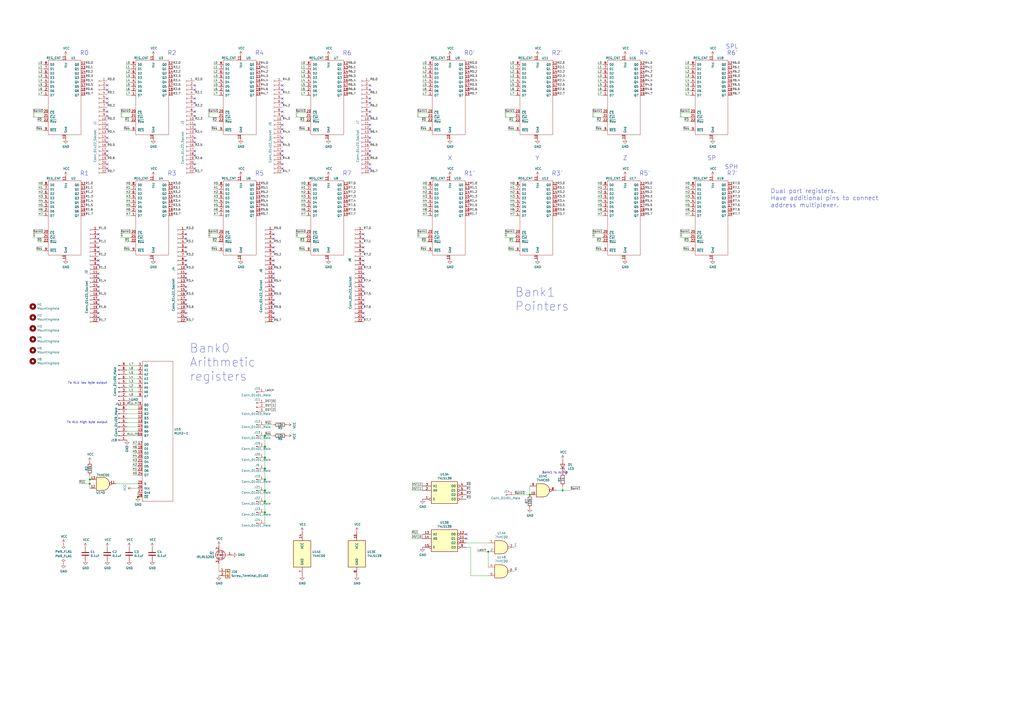
<source format=kicad_sch>
(kicad_sch (version 20250114) (generator "eeschema") (generator_version "9.0")
  (paper "A2")
  (text "SPH" (at 420.37 98.425 0) (effects (font (size 2.54 2.54)) (justify left bottom)))
  (text "To ALU high byte output" (at 38.735 245.745 0) (effects (font (size 1.27 1.27)) (justify left bottom)))
  (text "To ALU low byte output" (at 39.37 222.885 0) (effects (font (size 1.27 1.27)) (justify left bottom)))
  (text "R3" (at 97.155 102.235 0) (effects (font (size 2.54 2.54)) (justify left bottom)))
  (text "R5'" (at 370.84 102.235 0) (effects (font (size 2.54 2.54)) (justify left bottom)))
  (text "R5" (at 147.955 102.235 0) (effects (font (size 2.54 2.54)) (justify left bottom)))
  (text "Y" (at 310.515 93.345 0) (effects (font (size 2.54 2.54)) (justify left bottom)))
  (text "R4'" (at 370.84 32.385 0) (effects (font (size 2.54 2.54)) (justify left bottom)))
  (text "Bank1 is Active" (at 329.565 274.955 0) (effects (font (size 1.27 1.27)) (justify right bottom)))
  (text "Dual port registers.\nHave additional pins to connect\naddress multiplexer." (at 447.04 120.65 0) (effects (font (size 2.54 2.54)) (justify left bottom)))
  (text "R2'" (at 320.04 32.385 0) (effects (font (size 2.54 2.54)) (justify left bottom)))
  (text "R1'" (at 269.24 102.235 0) (effects (font (size 2.54 2.54)) (justify left bottom)))
  (text "X" (at 259.715 93.345 0) (effects (font (size 2.54 2.54)) (justify left bottom)))
  (text "R0" (at 46.355 32.385 0) (effects (font (size 2.54 2.54)) (justify left bottom)))
  (text "R1" (at 46.355 102.235 0) (effects (font (size 2.54 2.54)) (justify left bottom)))
  (text "Bank1\nPointers" (at 298.704 180.848 0) (effects (font (size 5.08 5.08)) (justify left bottom)))
  (text "R7'" (at 421.64 102.235 0) (effects (font (size 2.54 2.54)) (justify left bottom)))
  (text "Z" (at 361.315 93.345 0) (effects (font (size 2.54 2.54)) (justify left bottom)))
  (text "R7" (at 198.755 102.235 0) (effects (font (size 2.54 2.54)) (justify left bottom)))
  (text "Bank0\nArithmetic\nregisters" (at 109.982 221.488 0) (effects (font (size 5.08 5.08)) (justify left bottom)))
  (text "SPL" (at 421.005 28.575 0) (effects (font (size 2.54 2.54)) (justify left bottom)))
  (text "R3'" (at 320.04 102.235 0) (effects (font (size 2.54 2.54)) (justify left bottom)))
  (text "R2" (at 97.155 32.385 0) (effects (font (size 2.54 2.54)) (justify left bottom)))
  (text "R0'" (at 269.24 32.385 0) (effects (font (size 2.54 2.54)) (justify left bottom)))
  (text "R6" (at 198.755 32.385 0) (effects (font (size 2.54 2.54)) (justify left bottom)))
  (text "SP" (at 410.21 93.345 0) (effects (font (size 2.54 2.54)) (justify left bottom)))
  (text "R6'" (at 421.64 32.385 0) (effects (font (size 2.54 2.54)) (justify left bottom)))
  (text "R4" (at 147.955 32.385 0) (effects (font (size 2.54 2.54)) (justify left bottom)))
  (junction (at 52.07 278.13))
  (junction (at 153.67 259.08))
  (junction (at 307.34 287.02))
  (junction (at 326.39 284.48))
  (junction (at 153.67 297.18))
  (junction (at 153.67 290.83))
  (junction (at 153.67 265.43))
  (junction (at 52.07 280.67))
  (junction (at 283.21 320.04))
  (junction (at 153.67 284.48))
  (junction (at 153.67 252.73))
  (junction (at 153.67 271.78))
  (junction (at 153.67 278.13))
  (junction (at 80.01 288.29))
  (no_connect (at 214.63 64.77))
  (no_connect (at 214.63 49.53))
  (no_connect (at 113.03 49.53))
  (no_connect (at 113.03 87.63))
  (no_connect (at 214.63 59.69))
  (no_connect (at 62.23 90.17))
  (no_connect (at 62.23 67.31))
  (no_connect (at 107.95 135.89))
  (no_connect (at 210.82 138.43))
  (no_connect (at 163.83 82.55))
  (no_connect (at 113.03 67.31))
  (no_connect (at 214.63 72.39))
  (no_connect (at 113.03 90.17))
  (no_connect (at 62.23 49.53))
  (no_connect (at 113.03 52.07))
  (no_connect (at 107.95 184.15))
  (no_connect (at 62.23 97.79))
  (no_connect (at 113.03 95.25))
  (no_connect (at 113.03 80.01))
  (no_connect (at 57.15 151.13))
  (no_connect (at 107.95 166.37))
  (no_connect (at 158.75 176.53))
  (no_connect (at 158.75 173.99))
  (no_connect (at 214.63 87.63))
  (no_connect (at 57.15 181.61))
  (no_connect (at 214.63 90.17))
  (no_connect (at 210.82 166.37))
  (no_connect (at 163.83 64.77))
  (no_connect (at 163.83 74.93))
  (no_connect (at 270.51 312.42))
  (no_connect (at 113.03 64.77))
  (no_connect (at 62.23 95.25))
  (no_connect (at 113.03 82.55))
  (no_connect (at 210.82 168.91))
  (no_connect (at 158.75 135.89))
  (no_connect (at 158.75 166.37))
  (no_connect (at 163.83 67.31))
  (no_connect (at 163.83 80.01))
  (no_connect (at 107.95 153.67))
  (no_connect (at 158.75 143.51))
  (no_connect (at 163.83 87.63))
  (no_connect (at 62.23 59.69))
  (no_connect (at 214.63 97.79))
  (no_connect (at 163.83 72.39))
  (no_connect (at 107.95 168.91))
  (no_connect (at 62.23 64.77))
  (no_connect (at 163.83 95.25))
  (no_connect (at 107.95 161.29))
  (no_connect (at 107.95 181.61))
  (no_connect (at 107.95 176.53))
  (no_connect (at 210.82 173.99))
  (no_connect (at 210.82 153.67))
  (no_connect (at 214.63 67.31))
  (no_connect (at 158.75 138.43))
  (no_connect (at 57.15 135.89))
  (no_connect (at 62.23 52.07))
  (no_connect (at 62.23 87.63))
  (no_connect (at 57.15 138.43))
  (no_connect (at 210.82 184.15))
  (no_connect (at 57.15 158.75))
  (no_connect (at 57.15 173.99))
  (no_connect (at 158.75 184.15))
  (no_connect (at 107.95 158.75))
  (no_connect (at 163.83 97.79))
  (no_connect (at 210.82 143.51))
  (no_connect (at 158.75 168.91))
  (no_connect (at 107.95 146.05))
  (no_connect (at 113.03 59.69))
  (no_connect (at 113.03 72.39))
  (no_connect (at 163.83 90.17))
  (no_connect (at 62.23 82.55))
  (no_connect (at 158.75 153.67))
  (no_connect (at 62.23 72.39))
  (no_connect (at 57.15 184.15))
  (no_connect (at 163.83 57.15))
  (no_connect (at 57.15 166.37))
  (no_connect (at 57.15 146.05))
  (no_connect (at 210.82 161.29))
  (no_connect (at 163.83 59.69))
  (no_connect (at 158.75 158.75))
  (no_connect (at 158.75 161.29))
  (no_connect (at 210.82 181.61))
  (no_connect (at 270.51 309.88))
  (no_connect (at 57.15 143.51))
  (no_connect (at 163.83 49.53))
  (no_connect (at 62.23 80.01))
  (no_connect (at 62.23 74.93))
  (no_connect (at 113.03 74.93))
  (no_connect (at 214.63 80.01))
  (no_connect (at 210.82 176.53))
  (no_connect (at 57.15 176.53))
  (no_connect (at 113.03 97.79))
  (no_connect (at 214.63 57.15))
  (no_connect (at 107.95 173.99))
  (no_connect (at 214.63 95.25))
  (no_connect (at 107.95 151.13))
  (no_connect (at 214.63 52.07))
  (no_connect (at 158.75 181.61))
  (no_connect (at 158.75 146.05))
  (no_connect (at 158.75 151.13))
  (no_connect (at 210.82 158.75))
  (no_connect (at 62.23 57.15))
  (no_connect (at 163.83 52.07))
  (no_connect (at 107.95 138.43))
  (no_connect (at 210.82 146.05))
  (no_connect (at 113.03 57.15))
  (no_connect (at 57.15 161.29))
  (no_connect (at 214.63 82.55))
  (no_connect (at 57.15 168.91))
  (no_connect (at 210.82 135.89))
  (no_connect (at 57.15 153.67))
  (no_connect (at 210.82 151.13))
  (no_connect (at 107.95 143.51))
  (no_connect (at 214.63 74.93))
  (wire (pts (xy 273.05 317.5) (xy 273.05 334.01)))
  (wire (pts (xy 73.025 120.015) (xy 76.2 120.015)))
  (wire (pts (xy 397.51 40.005) (xy 400.685 40.005)))
  (wire (pts (xy 123.825 114.935) (xy 127 114.935)))
  (wire (pts (xy 346.71 112.395) (xy 349.885 112.395)))
  (wire (pts (xy 171.45 137.795) (xy 177.8 137.795)))
  (wire (pts (xy 346.71 114.935) (xy 349.885 114.935)))
  (wire (pts (xy 346.71 117.475) (xy 349.885 117.475)))
  (wire (pts (xy 153.67 290.83) (xy 153.67 297.18)))
  (wire (pts (xy 245.11 125.095) (xy 248.285 125.095)))
  (wire (pts (xy 153.67 265.43) (xy 153.67 259.08)))
  (wire (pts (xy 20.955 145.415) (xy 25.4 145.415)))
  (wire (pts (xy 73.025 114.935) (xy 76.2 114.935)))
  (wire (pts (xy 343.535 65.405) (xy 349.885 65.405)))
  (wire (pts (xy 123.825 52.705) (xy 127 52.705)))
  (wire (pts (xy 326.39 281.94) (xy 326.39 284.48)))
  (wire (pts (xy 171.45 65.405) (xy 177.8 65.405)))
  (wire (pts (xy 173.99 70.485) (xy 177.8 70.485)))
  (wire (pts (xy 245.11 37.465) (xy 248.285 37.465)))
  (wire (pts (xy 153.67 297.18) (xy 153.67 303.53)))
  (wire (pts (xy 397.51 37.465) (xy 400.685 37.465)))
  (wire (pts (xy 22.225 37.465) (xy 25.4 37.465)))
  (wire (pts (xy 73.66 245.11) (xy 80.01 245.11)))
  (wire (pts (xy 123.825 107.315) (xy 127 107.315)))
  (wire (pts (xy 238.76 281.94) (xy 245.11 281.94)))
  (wire (pts (xy 123.825 125.095) (xy 127 125.095)))
  (wire (pts (xy 73.66 224.79) (xy 80.01 224.79)))
  (wire (pts (xy 76.835 273.05) (xy 80.01 273.05)))
  (wire (pts (xy 173.355 75.565) (xy 177.8 75.565)))
  (wire (pts (xy 294.64 145.415) (xy 299.085 145.415)))
  (wire (pts (xy 73.025 42.545) (xy 76.2 42.545)))
  (wire (pts (xy 22.225 125.095) (xy 25.4 125.095)))
  (wire (pts (xy 292.735 137.795) (xy 299.085 137.795)))
  (wire (pts (xy 345.44 145.415) (xy 349.885 145.415)))
  (wire (pts (xy 22.225 107.315) (xy 25.4 107.315)))
  (wire (pts (xy 173.355 145.415) (xy 177.8 145.415)))
  (wire (pts (xy 273.05 334.01) (xy 283.21 334.01)))
  (wire (pts (xy 174.625 37.465) (xy 177.8 37.465)))
  (wire (pts (xy 174.625 52.705) (xy 177.8 52.705)))
  (wire (pts (xy 73.025 107.315) (xy 76.2 107.315)))
  (wire (pts (xy 245.11 50.165) (xy 248.285 50.165)))
  (wire (pts (xy 123.825 50.165) (xy 127 50.165)))
  (wire (pts (xy 283.21 320.04) (xy 283.21 328.93)))
  (wire (pts (xy 67.31 280.67) (xy 80.01 280.67)))
  (wire (pts (xy 397.51 42.545) (xy 400.685 42.545)))
  (wire (pts (xy 245.11 122.555) (xy 248.285 122.555)))
  (wire (pts (xy 73.025 45.085) (xy 76.2 45.085)))
  (wire (pts (xy 295.91 120.015) (xy 299.085 120.015)))
  (wire (pts (xy 295.91 47.625) (xy 299.085 47.625)))
  (wire (pts (xy 22.225 50.165) (xy 25.4 50.165)))
  (wire (pts (xy 295.91 114.935) (xy 299.085 114.935)))
  (wire (pts (xy 73.66 247.65) (xy 80.01 247.65)))
  (wire (pts (xy 72.39 140.335) (xy 76.2 140.335)))
  (wire (pts (xy 153.67 246.38) (xy 158.75 246.38)))
  (wire (pts (xy 123.825 109.855) (xy 127 109.855)))
  (wire (pts (xy 396.24 75.565) (xy 400.685 75.565)))
  (wire (pts (xy 123.825 122.555) (xy 127 122.555)))
  (wire (pts (xy 245.11 112.395) (xy 248.285 112.395)))
  (wire (pts (xy 153.67 278.13) (xy 153.67 284.48)))
  (wire (pts (xy 241.935 67.945) (xy 248.285 67.945)))
  (wire (pts (xy 295.91 42.545) (xy 299.085 42.545)))
  (wire (pts (xy 245.11 42.545) (xy 248.285 42.545)))
  (wire (pts (xy 238.76 284.48) (xy 245.11 284.48)))
  (wire (pts (xy 19.05 135.255) (xy 25.4 135.255)))
  (wire (pts (xy 295.91 50.165) (xy 299.085 50.165)))
  (wire (pts (xy 73.025 109.855) (xy 76.2 109.855)))
  (wire (pts (xy 397.51 109.855) (xy 400.685 109.855)))
  (wire (pts (xy 22.225 45.085) (xy 25.4 45.085)))
  (wire (pts (xy 346.075 140.335) (xy 349.885 140.335)))
  (wire (pts (xy 73.66 250.19) (xy 80.01 250.19)))
  (wire (pts (xy 120.65 65.405) (xy 127 65.405)))
  (wire (pts (xy 19.05 65.405) (xy 25.4 65.405)))
  (wire (pts (xy 73.66 237.49) (xy 80.01 237.49)))
  (wire (pts (xy 19.05 137.795) (xy 25.4 137.795)))
  (wire (pts (xy 123.825 47.625) (xy 127 47.625)))
  (wire (pts (xy 73.66 240.03) (xy 80.01 240.03)))
  (wire (pts (xy 69.85 65.405) (xy 76.2 65.405)))
  (wire (pts (xy 397.51 112.395) (xy 400.685 112.395)))
  (wire (pts (xy 73.66 242.57) (xy 80.01 242.57)))
  (wire (pts (xy 69.85 67.945) (xy 76.2 67.945)))
  (wire (pts (xy 120.65 135.255) (xy 127 135.255)))
  (wire (pts (xy 292.735 135.255) (xy 299.085 135.255)))
  (wire (pts (xy 245.11 47.625) (xy 248.285 47.625)))
  (wire (pts (xy 123.825 55.245) (xy 127 55.245)))
  (wire (pts (xy 73.025 55.245) (xy 76.2 55.245)))
  (wire (pts (xy 346.71 42.545) (xy 349.885 42.545)))
  (wire (pts (xy 72.39 70.485) (xy 76.2 70.485)))
  (wire (pts (xy 76.835 265.43) (xy 80.01 265.43)))
  (wire (pts (xy 174.625 40.005) (xy 177.8 40.005)))
  (wire (pts (xy 343.535 67.945) (xy 349.885 67.945)))
  (wire (pts (xy 174.625 47.625) (xy 177.8 47.625)))
  (wire (pts (xy 345.44 75.565) (xy 349.885 75.565)))
  (wire (pts (xy 245.11 114.935) (xy 248.285 114.935)))
  (wire (pts (xy 73.66 217.17) (xy 80.01 217.17)))
  (wire (pts (xy 245.11 117.475) (xy 248.285 117.475)))
  (wire (pts (xy 22.225 109.855) (xy 25.4 109.855)))
  (wire (pts (xy 123.825 45.085) (xy 127 45.085)))
  (wire (pts (xy 173.99 140.335) (xy 177.8 140.335)))
  (wire (pts (xy 153.67 271.78) (xy 153.67 278.13)))
  (wire (pts (xy 245.11 40.005) (xy 248.285 40.005)))
  (wire (pts (xy 76.835 260.35) (xy 80.01 260.35)))
  (wire (pts (xy 52.07 275.59) (xy 52.07 278.13)))
  (wire (pts (xy 76.835 270.51) (xy 80.01 270.51)))
  (wire (pts (xy 346.71 45.085) (xy 349.885 45.085)))
  (wire (pts (xy 21.59 70.485) (xy 25.4 70.485)))
  (wire (pts (xy 346.71 125.095) (xy 349.885 125.095)))
  (wire (pts (xy 71.755 145.415) (xy 76.2 145.415)))
  (wire (pts (xy 295.275 140.335) (xy 299.085 140.335)))
  (wire (pts (xy 343.535 137.795) (xy 349.885 137.795)))
  (wire (pts (xy 21.59 140.335) (xy 25.4 140.335)))
  (wire (pts (xy 244.475 70.485) (xy 248.285 70.485)))
  (wire (pts (xy 153.67 252.73) (xy 153.67 259.08)))
  (wire (pts (xy 73.66 214.63) (xy 80.01 214.63)))
  (wire (pts (xy 245.11 55.245) (xy 248.285 55.245)))
  (wire (pts (xy 73.025 112.395) (xy 76.2 112.395)))
  (wire (pts (xy 153.67 252.73) (xy 158.75 252.73)))
  (wire (pts (xy 397.51 47.625) (xy 400.685 47.625)))
  (wire (pts (xy 73.66 222.25) (xy 80.01 222.25)))
  (wire (pts (xy 295.91 45.085) (xy 299.085 45.085)))
  (wire (pts (xy 276.86 320.04) (xy 283.21 320.04)))
  (wire (pts (xy 397.51 117.475) (xy 400.685 117.475)))
  (wire (pts (xy 270.51 314.96) (xy 283.21 314.96)))
  (wire (pts (xy 346.71 109.855) (xy 349.885 109.855)))
  (wire (pts (xy 298.45 287.02) (xy 307.34 287.02)))
  (wire (pts (xy 123.825 40.005) (xy 127 40.005)))
  (wire (pts (xy 20.955 75.565) (xy 25.4 75.565)))
  (wire (pts (xy 394.335 65.405) (xy 400.685 65.405)))
  (wire (pts (xy 73.025 50.165) (xy 76.2 50.165)))
  (wire (pts (xy 241.935 137.795) (xy 248.285 137.795)))
  (wire (pts (xy 22.225 47.625) (xy 25.4 47.625)))
  (wire (pts (xy 346.71 122.555) (xy 349.885 122.555)))
  (wire (pts (xy 346.71 107.315) (xy 349.885 107.315)))
  (wire (pts (xy 245.11 120.015) (xy 248.285 120.015)))
  (wire (pts (xy 295.91 109.855) (xy 299.085 109.855)))
  (wire (pts (xy 122.555 145.415) (xy 127 145.415)))
  (wire (pts (xy 127 327.025) (xy 127 331.47)))
  (wire (pts (xy 295.91 55.245) (xy 299.085 55.245)))
  (wire (pts (xy 73.025 40.005) (xy 76.2 40.005)))
  (wire (pts (xy 174.625 55.245) (xy 177.8 55.245)))
  (wire (pts (xy 73.025 47.625) (xy 76.2 47.625)))
  (wire (pts (xy 346.71 120.015) (xy 349.885 120.015)))
  (wire (pts (xy 295.275 70.485) (xy 299.085 70.485)))
  (wire (pts (xy 122.555 75.565) (xy 127 75.565)))
  (wire (pts (xy 123.825 37.465) (xy 127 37.465)))
  (wire (pts (xy 322.58 284.48) (xy 326.39 284.48)))
  (wire (pts (xy 73.025 125.095) (xy 76.2 125.095)))
  (wire (pts (xy 396.24 145.415) (xy 400.685 145.415)))
  (wire (pts (xy 346.71 55.245) (xy 349.885 55.245)))
  (wire (pts (xy 295.91 40.005) (xy 299.085 40.005)))
  (wire (pts (xy 270.51 317.5) (xy 273.05 317.5)))
  (wire (pts (xy 245.11 107.315) (xy 248.285 107.315)))
  (wire (pts (xy 397.51 52.705) (xy 400.685 52.705)))
  (wire (pts (xy 307.34 281.94) (xy 307.34 287.02)))
  (wire (pts (xy 22.225 55.245) (xy 25.4 55.245)))
  (wire (pts (xy 294.64 75.565) (xy 299.085 75.565)))
  (wire (pts (xy 76.835 275.59) (xy 80.01 275.59)))
  (wire (pts (xy 174.625 120.015) (xy 177.8 120.015)))
  (wire (pts (xy 295.91 122.555) (xy 299.085 122.555)))
  (wire (pts (xy 73.025 52.705) (xy 76.2 52.705)))
  (wire (pts (xy 22.225 112.395) (xy 25.4 112.395)))
  (wire (pts (xy 22.225 114.935) (xy 25.4 114.935)))
  (wire (pts (xy 73.025 37.465) (xy 76.2 37.465)))
  (wire (pts (xy 295.91 125.095) (xy 299.085 125.095)))
  (wire (pts (xy 120.65 67.945) (xy 127 67.945)))
  (wire (pts (xy 76.835 262.89) (xy 80.01 262.89)))
  (wire (pts (xy 123.825 117.475) (xy 127 117.475)))
  (wire (pts (xy 123.19 70.485) (xy 127 70.485)))
  (wire (pts (xy 52.07 278.13) (xy 52.07 280.67)))
  (wire (pts (xy 346.71 40.005) (xy 349.885 40.005)))
  (wire (pts (xy 396.875 140.335) (xy 400.685 140.335)))
  (wire (pts (xy 397.51 120.015) (xy 400.685 120.015)))
  (wire (pts (xy 52.07 280.67) (xy 45.72 280.67)))
  (wire (pts (xy 346.71 37.465) (xy 349.885 37.465)))
  (wire (pts (xy 69.85 135.255) (xy 76.2 135.255)))
  (wire (pts (xy 73.025 122.555) (xy 76.2 122.555)))
  (wire (pts (xy 394.335 135.255) (xy 400.685 135.255)))
  (wire (pts (xy 73.025 117.475) (xy 76.2 117.475)))
  (wire (pts (xy 397.51 107.315) (xy 400.685 107.315)))
  (wire (pts (xy 245.11 52.705) (xy 248.285 52.705)))
  (wire (pts (xy 123.825 42.545) (xy 127 42.545)))
  (wire (pts (xy 73.66 229.87) (xy 80.01 229.87)))
  (wire (pts (xy 394.335 137.795) (xy 400.685 137.795)))
  (wire (pts (xy 22.225 42.545) (xy 25.4 42.545)))
  (wire (pts (xy 73.66 212.09) (xy 80.01 212.09)))
  (wire (pts (xy 174.625 50.165) (xy 177.8 50.165)))
  (wire (pts (xy 241.935 65.405) (xy 248.285 65.405)))
  (wire (pts (xy 397.51 55.245) (xy 400.685 55.245)))
  (wire (pts (xy 76.835 257.81) (xy 80.01 257.81)))
  (wire (pts (xy 174.625 122.555) (xy 177.8 122.555)))
  (wire (pts (xy 73.66 219.71) (xy 80.01 219.71)))
  (wire (pts (xy 19.05 67.945) (xy 25.4 67.945)))
  (wire (pts (xy 153.67 265.43) (xy 153.67 271.78)))
  (wire (pts (xy 123.19 140.335) (xy 127 140.335)))
  (wire (pts (xy 73.66 227.33) (xy 80.01 227.33)))
  (wire (pts (xy 22.225 52.705) (xy 25.4 52.705)))
  (wire (pts (xy 343.535 135.255) (xy 349.885 135.255)))
  (wire (pts (xy 174.625 107.315) (xy 177.8 107.315)))
  (wire (pts (xy 346.71 47.625) (xy 349.885 47.625)))
  (wire (pts (xy 76.835 267.97) (xy 80.01 267.97)))
  (wire (pts (xy 295.91 112.395) (xy 299.085 112.395)))
  (wire (pts (xy 245.11 45.085) (xy 248.285 45.085)))
  (wire (pts (xy 174.625 114.935) (xy 177.8 114.935)))
  (wire (pts (xy 76.835 283.21) (xy 80.01 283.21)))
  (wire (pts (xy 397.51 114.935) (xy 400.685 114.935)))
  (wire (pts (xy 243.84 145.415) (xy 248.285 145.415)))
  (wire (pts (xy 71.755 75.565) (xy 76.2 75.565)))
  (wire (pts (xy 174.625 125.095) (xy 177.8 125.095)))
  (wire (pts (xy 73.66 234.95) (xy 80.01 234.95)))
  (wire (pts (xy 295.91 107.315) (xy 299.085 107.315)))
  (wire (pts (xy 292.735 65.405) (xy 299.085 65.405)))
  (wire (pts (xy 22.225 117.475) (xy 25.4 117.475)))
  (wire (pts (xy 69.85 137.795) (xy 76.2 137.795)))
  (wire (pts (xy 171.45 67.945) (xy 177.8 67.945)))
  (wire (pts (xy 174.625 112.395) (xy 177.8 112.395)))
  (wire (pts (xy 295.91 52.705) (xy 299.085 52.705)))
  (wire (pts (xy 174.625 117.475) (xy 177.8 117.475)))
  (wire (pts (xy 22.225 40.005) (xy 25.4 40.005)))
  (wire (pts (xy 326.39 284.48) (xy 330.835 284.48)))
  (wire (pts (xy 241.935 135.255) (xy 248.285 135.255)))
  (wire (pts (xy 123.825 112.395) (xy 127 112.395)))
  (wire (pts (xy 174.625 109.855) (xy 177.8 109.855)))
  (wire (pts (xy 346.71 52.705) (xy 349.885 52.705)))
  (wire (pts (xy 295.91 37.465) (xy 299.085 37.465)))
  (wire (pts (xy 397.51 122.555) (xy 400.685 122.555)))
  (wire (pts (xy 396.875 70.485) (xy 400.685 70.485)))
  (wire (pts (xy 346.075 70.485) (xy 349.885 70.485)))
  (wire (pts (xy 174.625 45.085) (xy 177.8 45.085)))
  (wire (pts (xy 397.51 45.085) (xy 400.685 45.085)))
  (wire (pts (xy 397.51 125.095) (xy 400.685 125.095)))
  (wire (pts (xy 171.45 135.255) (xy 177.8 135.255)))
  (wire (pts (xy 174.625 42.545) (xy 177.8 42.545)))
  (wire (pts (xy 244.475 140.335) (xy 248.285 140.335)))
  (wire (pts (xy 120.65 137.795) (xy 127 137.795)))
  (wire (pts (xy 123.825 120.015) (xy 127 120.015)))
  (wire (pts (xy 397.51 50.165) (xy 400.685 50.165)))
  (wire (pts (xy 346.71 50.165) (xy 349.885 50.165)))
  (wire (pts (xy 238.76 312.42) (xy 245.11 312.42)))
  (wire (pts (xy 22.225 122.555) (xy 25.4 122.555)))
  (wire (pts (xy 295.91 117.475) (xy 299.085 117.475)))
  (wire (pts (xy 73.66 252.73) (xy 80.01 252.73)))
  (wire (pts (xy 80.01 285.75) (xy 80.01 288.29)))
  (wire (pts (xy 52.07 280.67) (xy 52.07 283.21)))
  (wire (pts (xy 292.735 67.945) (xy 299.085 67.945)))
  (wire (pts (xy 243.84 75.565) (xy 248.285 75.565)))
  (wire (pts (xy 245.11 109.855) (xy 248.285 109.855)))
  (wire (pts (xy 238.76 309.88) (xy 245.11 309.88)))
  (wire (pts (xy 394.335 67.945) (xy 400.685 67.945)))
  (wire (pts (xy 153.67 284.48) (xy 153.67 290.83)))
  (wire (pts (xy 22.225 120.015) (xy 25.4 120.015)))
  (label "L4" (at 295.91 47.625 0))
  (label "R6.2" (at 201.93 42.545 0))
  (label "R3.7" (at 100.33 125.095 0))
  (label "R4.2" (at 151.13 42.545 0))
  (label "R3.0" (at 323.215 107.315 0))
  (label "H5" (at 245.11 120.015 0))
  (label "R1.5" (at 272.415 120.015 0))
  (label "H1" (at 174.625 109.855 0))
  (label "H7" (at 397.51 125.095 0))
  (label "R0.7" (at 49.53 55.245 0))
  (label "ALU_H7" (at 73.66 234.95 0))
  (label "~{H}" (at 19.05 137.795 0))
  (label "~{Res}" (at 396.24 75.565 0))
  (label "H2" (at 174.625 112.395 0))
  (label "R4.6" (at 163.83 92.71 0))
  (label "H5" (at 76.835 262.89 0))
  (label "H5" (at 397.51 120.015 0))
  (label "R0.3" (at 272.415 45.085 0))
  (label "~{Bank0}" (at 69.85 135.255 0))
  (label "R6.5" (at 201.93 50.165 0))
  (label "~{Res}" (at 345.44 145.415 0))
  (label "~{H}" (at 241.935 137.795 0))
  (label "R3.7" (at 107.95 186.69 0))
  (label "R0.7" (at 272.415 55.245 0))
  (label "R4.4" (at 374.015 47.625 0))
  (label "L5" (at 123.825 50.165 0))
  (label "R4.4" (at 163.83 77.47 0))
  (label "R7.7" (at 201.93 125.095 0))
  (label "R3.2" (at 107.95 148.59 0))
  (label "R5.0" (at 158.75 133.35 0))
  (label "~{Bank1}" (at 394.335 135.255 0))
  (label "H7" (at 346.71 125.095 0))
  (label "R2.4" (at 113.03 77.47 0))
  (label "L6" (at 73.025 52.705 0))
  (label "H4" (at 22.225 117.475 0))
  (label "~{Bank0}" (at 120.65 135.255 0))
  (label "~{Res}" (at 173.355 75.565 0))
  (label "R0.4" (at 272.415 47.625 0))
  (label "H2" (at 123.825 112.395 0))
  (label "R7.1" (at 424.815 109.855 0))
  (label "L5" (at 22.225 50.165 0))
  (label "R4.0" (at 163.83 46.99 0))
  (label "L1" (at 73.025 40.005 0))
  (label "R7.3" (at 201.93 114.935 0))
  (label "H0" (at 397.51 107.315 0))
  (label "DST[2]" (at 238.76 281.94 0))
  (label "~{R1}" (at 72.39 70.485 0))
  (label "~{Res}" (at 122.555 145.415 0))
  (label "L0" (at 174.625 37.465 0))
  (label "L3" (at 397.51 45.085 0))
  (label "R4.0" (at 151.13 37.465 0))
  (label "R3.5" (at 107.95 171.45 0))
  (label "R5.6" (at 151.13 122.555 0))
  (label "~{Bank1}" (at 292.735 65.405 0))
  (label "~{Res}" (at 153.67 252.73 0))
  (label "H6" (at 245.11 122.555 0))
  (label "~{Bank0}" (at 69.85 65.405 0))
  (label "H3" (at 346.71 114.935 0))
  (label "R5.3" (at 374.015 114.935 0))
  (label "~{R3}" (at 173.99 70.485 0))
  (label "R2.0" (at 100.33 37.465 0))
  (label "~{R2}" (at 270.51 287.02 0))
  (label "H5" (at 73.025 120.015 0))
  (label "L2" (at 245.11 42.545 0))
  (label "L4" (at 74.93 219.71 0))
  (label "R2.6" (at 323.215 52.705 0))
  (label "~{Res}" (at 71.755 145.415 0))
  (label "~{Bank1}" (at 292.735 135.255 0))
  (label "R6.7" (at 424.815 55.245 0))
  (label "~{R0}" (at 244.475 140.335 0))
  (label "~{Res}" (at 345.44 75.565 0))
  (label "H7" (at 245.11 125.095 0))
  (label "L4" (at 397.51 47.625 0))
  (label "H2" (at 73.025 112.395 0))
  (label "R7.7" (at 210.82 186.69 0))
  (label "R0.1" (at 49.53 40.005 0))
  (label "R3.6" (at 323.215 122.555 0))
  (label "~{Bank1}" (at 343.535 65.405 0))
  (label "R1.5" (at 49.53 120.015 0))
  (label "R2.7" (at 323.215 55.245 0))
  (label "H0" (at 73.025 107.315 0))
  (label "R2.5" (at 323.215 50.165 0))
  (label "L3" (at 123.825 45.085 0))
  (label "L2" (at 73.025 42.545 0))
  (label "R2.3" (at 323.215 45.085 0))
  (label "~{MUL}" (at 153.67 246.38 0))
  (label "R4.7" (at 151.13 55.245 0))
  (label "R7.0" (at 424.815 107.315 0))
  (label "R1.3" (at 272.415 114.935 0))
  (label "~{Bank1}" (at 241.935 65.405 0))
  (label "R1.2" (at 49.53 112.395 0))
  (label "~{H}" (at 171.45 137.795 0))
  (label "R2.0" (at 323.215 37.465 0))
  (label "R7.4" (at 201.93 117.475 0))
  (label "L0" (at 346.71 37.465 0))
  (label "ALU_H0" (at 73.66 252.73 0))
  (label "L0" (at 123.825 37.465 0))
  (label "H4" (at 245.11 117.475 0))
  (label "R4.0" (at 374.015 37.465 0))
  (label "R0.2" (at 49.53 42.545 0))
  (label "R1.3" (at 49.53 114.935 0))
  (label "H0" (at 295.91 107.315 0))
  (label "R2.2" (at 113.03 62.23 0))
  (label "R1.1" (at 57.15 140.97 0))
  (label "R2.0" (at 113.03 46.99 0))
  (label "L6" (at 295.91 52.705 0))
  (label "R1.7" (at 49.53 125.095 0))
  (label "H0" (at 174.625 107.315 0))
  (label "R3.4" (at 100.33 117.475 0))
  (label "~{R1}" (at 295.275 70.485 0))
  (label "R3.1" (at 323.215 109.855 0))
  (label "R5.6" (at 374.015 122.555 0))
  (label "H5" (at 174.625 120.015 0))
  (label "L0" (at 245.11 37.465 0))
  (label "~{L}" (at 19.05 67.945 0))
  (label "R4.7" (at 374.015 55.245 0))
  (label "R3.0" (at 107.95 133.35 0))
  (label "R1.6" (at 272.415 122.555 0))
  (label "L6" (at 397.51 52.705 0))
  (label "R2.1" (at 323.215 40.005 0))
  (label "~{R3}" (at 270.51 289.56 0))
  (label "~{Bank1}" (at 330.835 284.48 0))
  (label "R1.2" (at 272.415 112.395 0))
  (label "H4" (at 123.825 117.475 0))
  (label "R0.6" (at 49.53 52.705 0))
  (label "R1.6" (at 49.53 122.555 0))
  (label "~{Res}" (at 396.24 145.415 0))
  (label "R4.1" (at 163.83 54.61 0))
  (label "H3" (at 174.625 114.935 0))
  (label "R1.0" (at 57.15 133.35 0))
  (label "H0" (at 76.835 275.59 0))
  (label "R7.5" (at 201.93 120.015 0))
  (label "H1" (at 123.825 109.855 0))
  (label "~{MUL}" (at 45.72 280.67 0))
  (label "H5" (at 295.91 120.015 0))
  (label "R4.7" (at 163.83 100.33 0))
  (label "~{H}" (at 292.735 137.795 0))
  (label "R1.5" (at 57.15 171.45 0))
  (label "L5" (at 295.91 50.165 0))
  (label "~{R0}" (at 21.59 140.335 0))
  (label "H2" (at 76.835 270.51 0))
  (label "H1" (at 295.91 109.855 0))
  (label "~{Bank0}" (at 19.05 135.255 0))
  (label "R3.6" (at 100.33 122.555 0))
  (label "R3.1" (at 100.33 109.855 0))
  (label "R5.4" (at 158.75 163.83 0))
  (label "L3" (at 245.11 45.085 0))
  (label "H3" (at 245.11 114.935 0))
  (label "L3" (at 346.71 45.085 0))
  (label "L3" (at 295.91 45.085 0))
  (label "R2.5" (at 113.03 85.09 0))
  (label "R2.7" (at 113.03 100.33 0))
  (label "R7.6" (at 201.93 122.555 0))
  (label "H7" (at 295.91 125.095 0))
  (label "~{Bank0}" (at 19.05 65.405 0))
  (label "L4" (at 346.71 47.625 0))
  (label "L7" (at 74.93 212.09 0))
  (label "L5" (at 74.93 217.17 0))
  (label "R5.5" (at 374.015 120.015 0))
  (label "R6.2" (at 424.815 42.545 0))
  (label "R4.1" (at 374.015 40.005 0))
  (label "H3" (at 73.025 114.935 0))
  (label "R0.1" (at 62.23 54.61 0))
  (label "R6.6" (at 214.63 92.71 0))
  (label "R2.4" (at 323.215 47.625 0))
  (label "R2.1" (at 113.03 54.61 0))
  (label "R3.4" (at 323.215 117.475 0))
  (label "L5" (at 397.51 50.165 0))
  (label "R3.4" (at 107.95 163.83 0))
  (label "H0" (at 22.225 107.315 0))
  (label "R6.1" (at 214.63 54.61 0))
  (label "R7.0" (at 210.82 133.35 0))
  (label "H7" (at 76.835 257.81 0))
  (label "L1" (at 174.625 40.005 0))
  (label "~{R0}" (at 244.475 70.485 0))
  (label "R7.7" (at 424.815 125.095 0))
  (label "L3" (at 73.025 45.085 0))
  (label "H2" (at 295.91 112.395 0))
  (label "R0.3" (at 62.23 69.85 0))
  (label "R4.2" (at 163.83 62.23 0))
  (label "H6" (at 295.91 122.555 0))
  (label "R1.1" (at 272.415 109.855 0))
  (label "R0.7" (at 62.23 100.33 0))
  (label "H3" (at 123.825 114.935 0))
  (label "~{R3}" (at 396.875 140.335 0))
  (label "H0" (at 346.71 107.315 0))
  (label "~{L}" (at 298.45 317.5 0))
  (label "R4.6" (at 151.13 52.705 0))
  (label "R0.5" (at 49.53 50.165 0))
  (label "H1" (at 346.71 109.855 0))
  (label "R4.1" (at 151.13 40.005 0))
  (label "H1" (at 245.11 109.855 0))
  (label "~{R0}" (at 21.59 70.485 0))
  (label "~{H}" (at 394.335 137.795 0))
  (label "~{Res}" (at 20.955 145.415 0))
  (label "R0.1" (at 272.415 40.005 0))
  (label "~{L}" (at 120.65 67.945 0))
  (label "L7" (at 397.51 55.245 0))
  (label "R6.4" (at 214.63 77.47 0))
  (label "H5" (at 346.71 120.015 0))
  (label "R1.0" (at 49.53 107.315 0))
  (label "~{Res}" (at 20.955 75.565 0))
  (label "L1" (at 123.825 40.005 0))
  (label "H4" (at 295.91 117.475 0))
  (label "L5" (at 346.71 50.165 0))
  (label "R7.6" (at 210.82 179.07 0))
  (label "L1" (at 74.93 227.33 0))
  (label "H3" (at 76.835 267.97 0))
  (label "R7.5" (at 210.82 171.45 0))
  (label "L1" (at 22.225 40.005 0))
  (label "R0.0" (at 62.23 46.99 0))
  (label "R2.5" (at 100.33 50.165 0))
  (label "R0.0" (at 272.415 37.465 0))
  (label "~{H}" (at 298.45 331.47 0))
  (label "R4.3" (at 163.83 69.85 0))
  (label "H5" (at 22.225 120.015 0))
  (label "~{Bank0}" (at 120.65 65.405 0))
  (label "R1.6" (at 57.15 179.07 0))
  (label "DST[0]" (at 238.76 312.42 0))
  (label "H7" (at 123.825 125.095 0))
  (label "R6.1" (at 424.815 40.005 0))
  (label "R0.4" (at 62.23 77.47 0))
  (label "L7" (at 174.625 55.245 0))
  (label "R4.5" (at 163.83 85.09 0))
  (label "R5.7" (at 374.015 125.095 0))
  (label "~{Res}" (at 173.355 145.415 0))
  (label "L4" (at 22.225 47.625 0))
  (label "~{R1}" (at 295.275 140.335 0))
  (label "H6" (at 22.225 122.555 0))
  (label "R1.7" (at 57.15 186.69 0))
  (label "DST[1]" (at 153.67 236.22 0))
  (label "~{R1}" (at 270.51 284.48 0))
  (label "H1" (at 397.51 109.855 0))
  (label "~{L}" (at 292.735 67.945 0))
  (label "R5.0" (at 151.13 107.315 0))
  (label "R5.6" (at 158.75 179.07 0))
  (label "~{H}" (at 120.65 137.795 0))
  (label "L3" (at 22.225 45.085 0))
  (label "L1" (at 295.91 40.005 0))
  (label "R2.6" (at 100.33 52.705 0))
  (label "L6" (at 346.71 52.705 0))
  (label "R6.5" (at 424.815 50.165 0))
  (label "L2" (at 22.225 42.545 0))
  (label "H4" (at 346.71 117.475 0))
  (label "R2.2" (at 323.215 42.545 0))
  (label "R3.5" (at 323.215 120.015 0))
  (label "L5" (at 245.11 50.165 0))
  (label "R7.3" (at 424.815 114.935 0))
  (label "~{MUL}" (at 238.76 309.88 0))
  (label "H6" (at 397.51 122.555 0))
  (label "H4" (at 174.625 117.475 0))
  (label "R6.0" (at 424.815 37.465 0))
  (label "L2" (at 174.625 42.545 0))
  (label "~{R3}" (at 396.875 70.485 0))
  (label "~{Bank0}" (at 171.45 135.255 0))
  (label "L6" (at 174.625 52.705 0))
  (label "R3.2" (at 323.215 112.395 0))
  (label "~{Res}" (at 71.755 75.565 0))
  (label "R5.2" (at 374.015 112.395 0))
  (label "R2.6" (at 113.03 92.71 0))
  (label "R4.2" (at 374.015 42.545 0))
  (label "~{R1}" (at 72.39 140.335 0))
  (label "R2.1" (at 100.33 40.005 0))
  (label "L6" (at 74.93 214.63 0))
  (label "R6.5" (at 214.63 85.09 0))
  (label "R5.7" (at 158.75 186.69 0))
  (label "R2.3" (at 100.33 45.085 0))
  (label "~{Bank0}" (at 298.45 287.02 0))
  (label "H4" (at 397.51 117.475 0))
  (label "R7.1" (at 210.82 140.97 0))
  (label "L4" (at 73.025 47.625 0))
  (label "R5.4" (at 374.015 117.475 0))
  (label "L2" (at 123.825 42.545 0))
  (label "H5" (at 123.825 120.015 0))
  (label "R6.2" (at 214.63 62.23 0))
  (label "~{H}" (at 69.85 137.795 0))
  (label "H6" (at 346.71 122.555 0))
  (label "R4.5" (at 151.13 50.165 0))
  (label "L2" (at 346.71 42.545 0))
  (label "~{L}" (at 171.45 67.945 0))
  (label "L3" (at 74.93 222.25 0))
  (label "R4.6" (at 374.015 52.705 0))
  (label "L7" (at 295.91 55.245 0))
  (label "~{L}" (at 241.935 67.945 0))
  (label "R0.6" (at 272.415 52.705 0))
  (label "DST[1]" (at 238.76 284.48 0))
  (label "~{R0}" (at 270.51 281.94 0))
  (label "R2.2" (at 100.33 42.545 0))
  (label "R1.4" (at 272.415 117.475 0))
  (label "R0.5" (at 62.23 85.09 0))
  (label "~{Bank1}" (at 343.535 135.255 0))
  (label "~{R2}" (at 123.19 140.335 0))
  (label "H1" (at 73.025 109.855 0))
  (label "H2" (at 346.71 112.395 0))
  (label "R7.2" (at 424.815 112.395 0))
  (label "H3" (at 397.51 114.935 0))
  (label "R5.5" (at 151.13 120.015 0))
  (label "R2.4" (at 100.33 47.625 0))
  (label "R6.3" (at 214.63 69.85 0))
  (label "R0.4" (at 49.53 47.625 0))
  (label "R6.0" (at 201.93 37.465 0))
  (label "H4" (at 73.025 117.475 0))
  (label "R3.6" (at 107.95 179.07 0))
  (label "H6" (at 123.825 122.555 0))
  (label "L0" (at 22.225 37.465 0))
  (label "L0" (at 73.025 37.465 0))
  (label "L3" (at 174.625 45.085 0))
  (label "~{Bank1}" (at 241.935 135.255 0))
  (label "DST[0]" (at 153.67 233.68 0))
  (label "~{L}" (at 343.535 67.945 0))
  (label "H7" (at 73.025 125.095 0))
  (label "R7.5" (at 424.815 120.015 0))
  (label "~{Res}" (at 122.555 75.565 0))
  (label "R5.2" (at 158.75 148.59 0))
  (label "R6.3" (at 424.815 45.085 0))
  (label "H2" (at 397.51 112.395 0))
  (label "R2.7" (at 100.33 55.245 0))
  (label "R6.7" (at 214.63 100.33 0))
  (label "L2" (at 295.91 42.545 0))
  (label "H1" (at 22.225 109.855 0))
  (label "H4" (at 76.835 265.43 0))
  (label "L2" (at 74.93 224.79 0))
  (label "R5.3" (at 158.75 156.21 0))
  (label "L4" (at 123.825 47.625 0))
  (label "R5.4" (at 151.13 117.475 0))
  (label "R4.5" (at 374.015 50.165 0))
  (label "L6" (at 22.225 52.705 0))
  (label "R3.3" (at 107.95 156.21 0))
  (label "L1" (at 346.71 40.005 0))
  (label "H3" (at 295.91 114.935 0))
  (label "R6.4" (at 201.93 47.625 0))
  (label "Latch" (at 276.86 320.04 0))
  (label "~{Bank1}" (at 394.335 65.405 0))
  (label "R1.0" (at 272.415 107.315 0))
  (label "R4.3" (at 151.13 45.085 0))
  (label "R7.1" (at 201.93 109.855 0))
  (label "L7" (at 123.825 55.245 0))
  (label "~{R3}" (at 173.99 140.335 0))
  (label "H6" (at 73.025 122.555 0))
  (label "L6" (at 123.825 52.705 0))
  (label "R5.5" (at 158.75 171.45 0))
  (label "R0.2" (at 272.415 42.545 0))
  (label "L7" (at 245.11 55.245 0))
  (label "H0" (at 245.11 107.315 0))
  (label "H7" (at 22.225 125.095 0))
  (label "R7.4" (at 424.815 117.475 0))
  (label "L0" (at 397.51 37.465 0))
  (label "L2" (at 397.51 42.545 0))
  (label "R3.1" (at 107.95 140.97 0))
  (label "R4.3" (at 374.015 45.085 0))
  (label "R6.7" (at 201.93 55.245 0))
  (label "~{Bank0}" (at 171.45 65.405 0))
  (label "R6.0" (at 214.63 46.99 0))
  (label "L1" (at 397.51 40.005 0))
  (label "L4" (at 174.625 47.625 0))
  (label "L7" (at 22.225 55.245 0))
  (label "~{R2}" (at 123.19 70.485 0))
  (label "R5.1" (at 374.015 109.855 0))
  (label "~{L}" (at 394.335 67.945 0))
  (label "L7" (at 346.71 55.245 0))
  (label "DST[2]" (at 153.67 238.76 0))
  (label "R7.4" (at 210.82 163.83 0))
  (label "R7.2" (at 210.82 148.59 0))
  (label "L0" (at 74.93 229.87 0))
  (label "~{Res}" (at 243.84 75.565 0))
  (label "R3.0" (at 100.33 107.315 0))
  (label "R2.3" (at 113.03 69.85 0))
  (label "R5.2" (at 151.13 112.395 0))
  (label "R0.3" (at 49.53 45.085 0))
  (label "R6.6" (at 201.93 52.705 0))
  (label "~{L}" (at 69.85 67.945 0))
  (label "R6.1" (at 201.93 40.005 0))
  (label "L6" (at 245.11 52.705 0))
  (label "H0" (at 123.825 107.315 0))
  (label "R3.2" (at 100.33 112.395 0))
  (label "R1.3" (at 57.15 156.21 0))
  (label "R3.3" (at 323.215 114.935 0))
  (label "~{H}" (at 343.535 137.795 0))
  (label "H2" (at 245.11 112.395 0))
  (label "L5" (at 73.025 50.165 0))
  (label "R7.2" (at 201.93 112.395 0))
  (label "R7.0" (at 201.93 107.315 0))
  (label "R5.7" (at 151.13 125.095 0))
  (label "R1.4" (at 49.53 117.475 0))
  (label "R7.3" (at 210.82 156.21 0))
  (label "R6.3" (at 201.93 45.085 0))
  (label "R5.3" (at 151.13 114.935 0))
  (label "~{R2}" (at 346.075 70.485 0))
  (label "H1" (at 76.835 273.05 0))
  (label "R6.6" (at 424.815 52.705 0))
  (label "R0.2" (at 62.23 62.23 0))
  (label "H6" (at 76.835 260.35 0))
  (label "L4" (at 245.11 47.625 0))
  (label "L0" (at 295.91 37.465 0))
  (label "L5" (at 174.625 50.165 0))
  (label "R3.3" (at 100.33 114.935 0))
  (label "R1.7" (at 272.415 125.095 0))
  (label "H2" (at 22.225 112.395 0))
  (label "H7" (at 174.625 125.095 0))
  (label "R1.2" (at 57.15 148.59 0))
  (label "~{Res}" (at 294.64 145.415 0))
  (label "R5.0" (at 374.015 107.315 0))
  (label "R7.6" (at 424.815 122.555 0))
  (label "R5.1" (at 158.75 140.97 0))
  (label "~{Res}" (at 243.84 145.415 0))
  (label "R0.5" (at 272.415 50.165 0))
  (label "~{R2}" (at 346.075 140.335 0))
  (label "R1.1" (at 49.53 109.855 0))
  (label "R3.7" (at 323.215 125.095 0))
  (label "R6.4" (at 424.815 47.625 0))
  (label "R0.6" (at 62.23 92.71 0))
  (label "R4.4" (at 151.13 47.625 0))
  (label "H6" (at 174.625 122.555 0))
  (label "~{Res}" (at 294.64 75.565 0))
  (label "R5.1" (at 151.13 109.855 0))
  (label "Latch" (at 153.67 227.33 0))
  (label "H3" (at 22.225 114.935 0))
  (label "L7" (at 73.025 55.245 0))
  (label "R3.5" (at 100.33 120.015 0))
  (label "R0.0" (at 49.53 37.465 0))
  (label "L1" (at 245.11 40.005 0))
  (label "R1.4" (at 57.15 163.83 0))
  (symbol (lib_id "power:GND") (at 88.9 80.645 0) (unit 1)
    (property "Reference" "#PWR06" (effects (hide yes)))
    (property "Value" "GND" (at 89.027 85.0392 0))
  )
  (symbol (lib_id "power:GND") (at 139.7 80.645 0) (unit 1)
    (property "Reference" "#PWR010" (effects (hide yes)))
    (property "Value" "GND" (at 139.827 85.0392 0))
  )
  (symbol (lib_id "power:GND") (at 190.5 80.645 0) (unit 1)
    (property "Reference" "#PWR014" (effects (hide yes)))
    (property "Value" "GND" (at 190.627 85.0392 0))
  )
  (symbol (lib_id "power:GND") (at 190.5 150.495 0) (unit 1)
    (property "Reference" "#PWR015" (effects (hide yes)))
    (property "Value" "GND" (at 190.627 154.8892 0))
  )
  (symbol (lib_id "power:GND") (at 139.7 150.495 0) (unit 1)
    (property "Reference" "#PWR011" (effects (hide yes)))
    (property "Value" "GND" (at 139.827 154.8892 0))
  )
  (symbol (lib_id "power:GND") (at 88.9 150.495 0) (unit 1)
    (property "Reference" "#PWR07" (effects (hide yes)))
    (property "Value" "GND" (at 89.027 154.8892 0))
  )
  (symbol (lib_id "power:GND") (at 38.1 150.495 0) (unit 1)
    (property "Reference" "#PWR04" (effects (hide yes)))
    (property "Value" "GND" (at 38.227 154.8892 0))
  )
  (symbol (lib_id "power:VCC") (at 190.5 102.235 0) (unit 1)
    (property "Reference" "#PWR0103" (effects (hide yes)))
    (property "Value" "VCC" (at 190.881 97.8408 0))
  )
  (symbol (lib_id "power:VCC") (at 139.7 102.235 0) (unit 1)
    (property "Reference" "#PWR0104" (effects (hide yes)))
    (property "Value" "VCC" (at 140.081 97.8408 0))
  )
  (symbol (lib_id "power:VCC") (at 88.9 102.235 0) (unit 1)
    (property "Reference" "#PWR0105" (effects (hide yes)))
    (property "Value" "VCC" (at 89.281 97.8408 0))
  )
  (symbol (lib_id "power:VCC") (at 38.1 102.235 0) (unit 1)
    (property "Reference" "#PWR0106" (effects (hide yes)))
    (property "Value" "VCC" (at 38.481 97.8408 0))
  )
  (symbol (lib_id "power:VCC") (at 38.1 32.385 0) (unit 1)
    (property "Reference" "#PWR0107" (effects (hide yes)))
    (property "Value" "VCC" (at 38.481 27.9908 0))
  )
  (symbol (lib_id "power:VCC") (at 88.9 32.385 0) (unit 1)
    (property "Reference" "#PWR0108" (effects (hide yes)))
    (property "Value" "VCC" (at 89.281 27.9908 0))
  )
  (symbol (lib_id "power:VCC") (at 139.7 32.385 0) (unit 1)
    (property "Reference" "#PWR0109" (effects (hide yes)))
    (property "Value" "VCC" (at 140.081 27.9908 0))
  )
  (symbol (lib_id "power:VCC") (at 190.5 32.385 0) (unit 1)
    (property "Reference" "#PWR0110" (effects (hide yes)))
    (property "Value" "VCC" (at 190.881 27.9908 0))
  )
  (symbol (lib_id "74xx:74LS139") (at 257.81 284.48 0) (unit 1)
    (property "Reference" "U13" (at 257.81 275.1582 0))
    (property "Value" "74LS139" (at 257.81 277.4696 0))
    (property "Footprint" "Package_DIP:DIP-16_W7.62mm_Socket" (effects (hide yes)))
    (property "Datasheet" "http://www.ti.com/lit/ds/symlink/sn74ls139a.pdf" (effects (hide yes)))
  )
  (symbol (lib_id "74xx:74LS139") (at 257.81 312.42 0) (unit 2)
    (property "Reference" "U13" (at 257.81 303.0982 0))
    (property "Value" "74LS139" (at 257.81 305.4096 0))
    (property "Footprint" "Package_DIP:DIP-16_W7.62mm_Socket" (effects (hide yes)))
    (property "Datasheet" "http://www.ti.com/lit/ds/symlink/sn74ls139a.pdf" (effects (hide yes)))
  )
  (symbol (lib_id "74xx:74LS139") (at 207.01 321.31 0) (unit 3)
    (property "Reference" "U13" (at 212.852 320.1416 0) (effects (justify left)))
    (property "Value" "74LS139" (at 212.852 322.453 0) (effects (justify left)))
    (property "Footprint" "Package_DIP:DIP-16_W7.62mm_Socket" (effects (hide yes)))
    (property "Datasheet" "http://www.ti.com/lit/ds/symlink/sn74ls139a.pdf" (effects (hide yes)))
  )
  (symbol (lib_id "74xx:74HC00") (at 290.83 317.5 0) (unit 1)
    (property "Reference" "U14" (at 290.83 309.245 0))
    (property "Value" "74HC00" (at 290.83 311.5564 0))
    (property "Footprint" "Package_DIP:DIP-14_W7.62mm_Socket" (effects (hide yes)))
    (property "Datasheet" "http://www.ti.com/lit/gpn/sn74hc00" (effects (hide yes)))
  )
  (symbol (lib_id "74xx:74HC00") (at 290.83 331.47 0) (unit 2)
    (property "Reference" "U14" (at 290.83 323.215 0))
    (property "Value" "74HC00" (at 290.83 325.5264 0))
    (property "Footprint" "Package_DIP:DIP-14_W7.62mm_Socket" (effects (hide yes)))
    (property "Datasheet" "http://www.ti.com/lit/gpn/sn74hc00" (effects (hide yes)))
  )
  (symbol (lib_id "74xx:74HC00") (at 314.96 284.48 0) (unit 3)
    (property "Reference" "U14" (at 314.96 276.225 0))
    (property "Value" "74HC00" (at 314.96 278.5364 0))
    (property "Footprint" "Package_DIP:DIP-14_W7.62mm_Socket" (effects (hide yes)))
    (property "Datasheet" "http://www.ti.com/lit/gpn/sn74hc00" (effects (hide yes)))
  )
  (symbol (lib_id "74xx:74HC00") (at 59.69 280.67 0) (mirror x) (unit 4)
    (property "Reference" "U14" (at 58.42 285.75 0))
    (property "Value" "74HC00" (at 59.69 275.59 0))
    (property "Footprint" "Package_DIP:DIP-14_W7.62mm_Socket" (effects (hide yes)))
    (property "Datasheet" "http://www.ti.com/lit/gpn/sn74hc00" (effects (hide yes)))
  )
  (symbol (lib_id "74xx:74HC00") (at 175.26 321.31 0) (unit 5)
    (property "Reference" "U14" (at 181.102 320.1416 0) (effects (justify left)))
    (property "Value" "74HC00" (at 181.102 322.453 0) (effects (justify left)))
    (property "Footprint" "Package_DIP:DIP-14_W7.62mm_Socket" (effects (hide yes)))
    (property "Datasheet" "http://www.ti.com/lit/gpn/sn74hc00" (effects (hide yes)))
  )
  (symbol (lib_id "Connector:Conn_01x03_Male") (at 148.59 236.22 0) (unit 1)
    (property "Reference" "J11" (at 149.225 231.775 0))
    (property "Value" "Conn_01x03_Male" (at 148.59 240.03 0))
    (property "Footprint" "Connector_PinHeader_2.54mm:PinHeader_1x03_P2.54mm_Vertical" (effects (hide yes)))
  )
  (symbol (lib_id "Connector:Conn_01x01_Male") (at 148.59 246.38 0) (unit 1)
    (property "Reference" "J12" (at 149.225 244.475 0))
    (property "Value" "Conn_01x01_Male" (at 148.59 247.65 0))
    (property "Footprint" "Connector_PinHeader_2.54mm:PinHeader_1x01_P2.54mm_Vertical" (effects (hide yes)))
  )
  (symbol (lib_id "Connector:Conn_01x01_Male") (at 148.59 252.73 0) (unit 1)
    (property "Reference" "J13" (at 149.225 250.825 0))
    (property "Value" "Conn_01x01_Male" (at 148.59 254 0))
    (property "Footprint" "Connector_PinHeader_2.54mm:PinHeader_1x01_P2.54mm_Vertical" (effects (hide yes)))
  )
  (symbol (lib_id "Connector:Conn_01x01_Male") (at 293.37 287.02 0) (unit 1)
    (property "Reference" "J14" (at 294.005 285.115 0))
    (property "Value" "Conn_01x01_Male" (at 293.37 288.925 0))
    (property "Footprint" "Connector_PinHeader_2.54mm:PinHeader_1x01_P2.54mm_Vertical" (effects (hide yes)))
  )
  (symbol (lib_id "Connector:Conn_01x01_Male") (at 148.59 227.33 0) (unit 1)
    (property "Reference" "J15" (at 149.225 225.425 0))
    (property "Value" "Conn_01x01_Male" (at 148.59 229.235 0))
    (property "Footprint" "Connector_PinHeader_2.54mm:PinHeader_1x01_P2.54mm_Vertical" (effects (hide yes)))
  )
  (symbol (lib_id "power:GND") (at 175.26 334.01 0) (unit 1)
    (property "Reference" "#PWR027" (effects (hide yes)))
    (property "Value" "GND" (at 175.387 338.4042 0))
  )
  (symbol (lib_id "power:GND") (at 207.01 334.01 0) (unit 1)
    (property "Reference" "#PWR029" (effects (hide yes)))
    (property "Value" "GND" (at 207.137 338.4042 0))
  )
  (symbol (lib_id "power:VCC") (at 175.26 308.61 0) (unit 1)
    (property "Reference" "#PWR026" (effects (hide yes)))
    (property "Value" "VCC" (at 175.641 304.2158 0))
  )
  (symbol (lib_id "power:VCC") (at 207.01 308.61 0) (unit 1)
    (property "Reference" "#PWR028" (effects (hide yes)))
    (property "Value" "VCC" (at 207.391 304.2158 0))
  )
  (symbol (lib_id "CommonLibrary:REG_CNT") (at 27.94 34.925 0) (unit 1)
    (property "Reference" "U1" (at 42.545 33.655 0))
    (property "Value" "REG_CNT" (at 31.115 33.655 0))
    (property "Footprint" "CommonLibrary:REG_CNT" (effects (hide yes)))
  )
  (symbol (lib_id "CommonLibrary:REG_CNT") (at 27.94 104.775 0) (unit 1)
    (property "Reference" "U2" (at 42.545 103.505 0))
    (property "Value" "REG_CNT" (at 31.115 103.505 0))
    (property "Footprint" "CommonLibrary:REG_CNT" (effects (hide yes)))
  )
  (symbol (lib_id "CommonLibrary:REG_CNT") (at 78.74 34.925 0) (unit 1)
    (property "Reference" "U3" (at 93.345 33.655 0))
    (property "Value" "REG_CNT" (at 81.915 33.655 0))
    (property "Footprint" "CommonLibrary:REG_CNT" (effects (hide yes)))
  )
  (symbol (lib_id "CommonLibrary:REG_CNT") (at 129.54 34.925 0) (unit 1)
    (property "Reference" "U5" (at 144.145 33.655 0))
    (property "Value" "REG_CNT" (at 132.715 33.655 0))
    (property "Footprint" "CommonLibrary:REG_CNT" (effects (hide yes)))
  )
  (symbol (lib_id "CommonLibrary:REG_CNT") (at 180.34 34.925 0) (unit 1)
    (property "Reference" "U7" (at 194.945 33.655 0))
    (property "Value" "REG_CNT" (at 183.515 33.655 0))
    (property "Footprint" "CommonLibrary:REG_CNT" (effects (hide yes)))
  )
  (symbol (lib_id "CommonLibrary:REG_CNT") (at 78.74 104.775 0) (unit 1)
    (property "Reference" "U4" (at 93.345 103.505 0))
    (property "Value" "REG_CNT" (at 81.915 103.505 0))
    (property "Footprint" "CommonLibrary:REG_CNT" (effects (hide yes)))
  )
  (symbol (lib_id "CommonLibrary:REG_CNT") (at 129.54 104.775 0) (unit 1)
    (property "Reference" "U6" (at 144.145 103.505 0))
    (property "Value" "REG_CNT" (at 132.715 103.505 0))
    (property "Footprint" "CommonLibrary:REG_CNT" (effects (hide yes)))
  )
  (symbol (lib_id "CommonLibrary:REG_CNT") (at 180.34 104.775 0) (unit 1)
    (property "Reference" "U8" (at 194.945 103.505 0))
    (property "Value" "REG_CNT" (at 183.515 103.505 0))
    (property "Footprint" "CommonLibrary:REG_CNT" (effects (hide yes)))
  )
  (symbol (lib_id "Connector:Conn_01x09_Male") (at 68.58 222.25 0) (mirror x) (unit 1)
    (property "Reference" "J17" (at 70.485 234.315 0) (effects (justify right)))
    (property "Value" "Conn_01x09_Male" (at 66.675 229.87 90) (effects (justify right)))
    (property "Footprint" "Connector_PinHeader_2.54mm:PinHeader_1x09_P2.54mm_Vertical" (effects (hide yes)))
  )
  (symbol (lib_id "CommonLibrary:MUX2-1") (at 82.55 209.55 0) (unit 1)
    (property "Reference" "U15" (at 101.0412 249.0216 0) (effects (justify left)))
    (property "Value" "MUX2-1" (at 101.0412 251.333 0) (effects (justify left)))
    (property "Footprint" "CommonLibrary:CMDwoC" (effects (hide yes)))
  )
  (symbol (lib_id "Mechanical:MountingHole") (at 19.05 177.8 0) (unit 1)
    (property "Reference" "H1" (at 21.59 176.6316 0) (effects (justify left)))
    (property "Value" "MountingHole" (at 21.59 178.943 0) (effects (justify left)))
    (property "Footprint" "MountingHole:MountingHole_3.2mm_M3" (effects (hide yes)))
  )
  (symbol (lib_id "Mechanical:MountingHole") (at 19.05 184.15 0) (unit 1)
    (property "Reference" "H2" (at 21.59 182.9816 0) (effects (justify left)))
    (property "Value" "MountingHole" (at 21.59 185.293 0) (effects (justify left)))
    (property "Footprint" "MountingHole:MountingHole_3.2mm_M3" (effects (hide yes)))
  )
  (symbol (lib_id "Mechanical:MountingHole") (at 19.05 190.5 0) (unit 1)
    (property "Reference" "H3" (at 21.59 189.3316 0) (effects (justify left)))
    (property "Value" "MountingHole" (at 21.59 191.643 0) (effects (justify left)))
    (property "Footprint" "MountingHole:MountingHole_3.2mm_M3" (effects (hide yes)))
  )
  (symbol (lib_id "Mechanical:MountingHole") (at 19.05 196.85 0) (unit 1)
    (property "Reference" "H4" (at 21.59 195.6816 0) (effects (justify left)))
    (property "Value" "MountingHole" (at 21.59 197.993 0) (effects (justify left)))
    (property "Footprint" "MountingHole:MountingHole_3.2mm_M3" (effects (hide yes)))
  )
  (symbol (lib_id "Mechanical:MountingHole") (at 19.05 203.2 0) (unit 1)
    (property "Reference" "H5" (at 21.59 202.0316 0) (effects (justify left)))
    (property "Value" "MountingHole" (at 21.59 204.343 0) (effects (justify left)))
    (property "Footprint" "MountingHole:MountingHole_3.2mm_M3" (effects (hide yes)))
  )
  (symbol (lib_id "Mechanical:MountingHole") (at 19.05 209.55 0) (unit 1)
    (property "Reference" "H6" (at 21.59 208.3816 0) (effects (justify left)))
    (property "Value" "MountingHole" (at 21.59 210.693 0) (effects (justify left)))
    (property "Footprint" "MountingHole:MountingHole_3.2mm_M3" (effects (hide yes)))
  )
  (symbol (lib_id "Device:C") (at 49.53 321.31 0) (unit 1)
    (property "Reference" "C1" (at 52.451 320.1416 0) (effects (justify left)))
    (property "Value" "0.1uF" (at 52.451 322.453 0) (effects (justify left)))
    (property "Footprint" "Capacitor_SMD:C_0805_2012Metric_Pad1.18x1.45mm_HandSolder" (effects (hide yes)))
  )
  (symbol (lib_id "power:GND") (at 49.53 325.12 0) (unit 1)
    (property "Reference" "#PWR037" (effects (hide yes)))
    (property "Value" "GND" (at 49.657 329.5142 0))
  )
  (symbol (lib_id "power:VCC") (at 49.53 317.5 0) (unit 1)
    (property "Reference" "#PWR036" (effects (hide yes)))
    (property "Value" "VCC" (at 49.911 313.1058 0))
  )
  (symbol (lib_id "power:GND") (at 38.1 80.645 0) (unit 1)
    (property "Reference" "#PWR02" (effects (hide yes)))
    (property "Value" "GND" (at 38.227 85.0392 0))
  )
  (symbol (lib_id "Device:C") (at 62.23 321.31 0) (unit 1)
    (property "Reference" "C2" (at 65.151 320.1416 0) (effects (justify left)))
    (property "Value" "0.1uF" (at 65.151 322.453 0) (effects (justify left)))
    (property "Footprint" "Capacitor_SMD:C_0805_2012Metric_Pad1.18x1.45mm_HandSolder" (effects (hide yes)))
  )
  (symbol (lib_id "power:GND") (at 62.23 325.12 0) (unit 1)
    (property "Reference" "#PWR039" (effects (hide yes)))
    (property "Value" "GND" (at 62.357 329.5142 0))
  )
  (symbol (lib_id "power:VCC") (at 62.23 317.5 0) (unit 1)
    (property "Reference" "#PWR038" (effects (hide yes)))
    (property "Value" "VCC" (at 62.611 313.1058 0))
  )
  (symbol (lib_id "Connector:Conn_01x01_Male") (at 148.59 259.08 0) (unit 1)
    (property "Reference" "J19" (at 149.225 257.175 0))
    (property "Value" "Conn_01x01_Male" (at 148.59 260.35 0))
    (property "Footprint" "Connector_PinHeader_2.54mm:PinHeader_1x01_P2.54mm_Vertical" (effects (hide yes)))
  )
  (symbol (lib_id "Connector:Conn_01x01_Male") (at 148.59 265.43 0) (unit 1)
    (property "Reference" "J20" (at 149.225 263.525 0))
    (property "Value" "Conn_01x01_Male" (at 148.59 266.7 0))
    (property "Footprint" "Connector_PinHeader_2.54mm:PinHeader_1x01_P2.54mm_Vertical" (effects (hide yes)))
  )
  (symbol (lib_id "power:GND") (at 73.66 232.41 90) (unit 1)
    (property "Reference" "#PWR030" (effects (hide yes)))
    (property "Value" "GND" (at 78.105 231.775 90))
  )
  (symbol (lib_id "Connector:Screw_Terminal_01x02") (at 132.08 331.47 0) (unit 1)
    (property "Reference" "J16" (at 134.112 331.6732 0) (effects (justify left)))
    (property "Value" "Screw_Terminal_01x02" (at 134.112 333.9846 0) (effects (justify left)))
    (property "Footprint" "TerminalBlock_Phoenix:TerminalBlock_Phoenix_MKDS-1,5-2_1x02_P5.00mm_Horizontal" (effects (hide yes)))
  )
  (symbol (lib_id "power:GND") (at 127 334.01 0) (unit 1)
    (property "Reference" "#PWR0127" (effects (hide yes)))
    (property "Value" "GND" (at 127.127 338.4042 0))
  )
  (symbol (lib_id "power:VCC") (at 127 316.865 0) (unit 1)
    (property "Reference" "#PWR0128" (effects (hide yes)))
    (property "Value" "VCC" (at 127.381 312.4708 0))
  )
  (symbol (lib_id "power:GND") (at 80.01 288.29 0) (unit 1)
    (property "Reference" "#PWR033" (effects (hide yes)))
    (property "Value" "GND" (at 80.137 292.6842 0))
  )
  (symbol (lib_id "power:VCC") (at 76.835 283.21 90) (unit 1)
    (property "Reference" "#PWR032" (effects (hide yes)))
    (property "Value" "VCC" (at 72.4408 282.829 0))
  )
  (symbol (lib_id "Connector:Conn_01x09_Male") (at 68.58 245.11 0) (mirror x) (unit 1)
    (property "Reference" "J18" (at 67.945 255.27 0) (effects (justify right)))
    (property "Value" "Conn_01x09_Male" (at 67.31 253.365 90) (effects (justify right)))
    (property "Footprint" "Connector_PinHeader_2.54mm:PinHeader_1x09_P2.54mm_Vertical" (effects (hide yes)))
  )
  (symbol (lib_id "power:GND") (at 73.66 255.27 0) (unit 1)
    (property "Reference" "#PWR031" (effects (hide yes)))
    (property "Value" "GND" (at 73.66 260.35 90))
  )
  (symbol (lib_id "power:GND") (at 245.11 289.56 0) (unit 1)
    (property "Reference" "#PWR0121" (effects (hide yes)))
    (property "Value" "GND" (at 245.237 293.9542 0))
  )
  (symbol (lib_id "power:GND") (at 245.11 317.5 0) (unit 1)
    (property "Reference" "#PWR0122" (effects (hide yes)))
    (property "Value" "GND" (at 245.237 321.8942 0))
  )
  (symbol (lib_id "Transistor_FET:IRLML5203") (at 129.54 321.945 180) (unit 1)
    (property "Reference" "Q1" (at 124.333 320.7766 0) (effects (justify left)))
    (property "Value" "IRLML5203" (at 124.333 323.088 0) (effects (justify left)))
    (property "Footprint" "Package_TO_SOT_SMD:SOT-23" (effects (hide yes)))
    (property "Datasheet" "https://www.infineon.com/dgdl/irlml5203pbf.pdf?fileId=5546d462533600a40153566868da261d" (effects (hide yes)))
  )
  (symbol (lib_id "Device:R") (at 162.56 252.73 90) (unit 1)
    (property "Reference" "R6" (at 162.56 254.635 90))
    (property "Value" "10k" (at 162.56 252.73 90))
    (property "Footprint" "Resistor_SMD:R_0805_2012Metric_Pad1.20x1.40mm_HandSolder" (effects (hide yes)))
  )
  (symbol (lib_id "power:VCC") (at 166.37 246.38 270) (unit 1)
    (property "Reference" "#PWR035" (effects (hide yes)))
    (property "Value" "VCC" (at 170.7642 246.761 0))
  )
  (symbol (lib_id "Device:R") (at 162.56 246.38 90) (unit 1)
    (property "Reference" "R5" (at 162.56 248.285 90))
    (property "Value" "10k" (at 162.56 246.38 90))
    (property "Footprint" "Resistor_SMD:R_0805_2012Metric_Pad1.20x1.40mm_HandSolder" (effects (hide yes)))
  )
  (symbol (lib_id "power:VCC") (at 166.37 252.73 270) (unit 1)
    (property "Reference" "#PWR034" (effects (hide yes)))
    (property "Value" "VCC" (at 170.7642 253.111 0))
  )
  (symbol (lib_id "power:GND") (at 134.62 321.945 90) (unit 1)
    (property "Reference" "#PWR0129" (effects (hide yes)))
    (property "Value" "GND" (at 137.8712 321.818 90) (effects (justify right)))
  )
  (symbol (lib_id "Device:C") (at 74.93 321.31 0) (unit 1)
    (property "Reference" "C3" (at 77.851 320.1416 0) (effects (justify left)))
    (property "Value" "0.1uF" (at 77.851 322.453 0) (effects (justify left)))
    (property "Footprint" "Capacitor_SMD:C_0805_2012Metric_Pad1.18x1.45mm_HandSolder" (effects (hide yes)))
  )
  (symbol (lib_id "power:GND") (at 74.93 325.12 0) (unit 1)
    (property "Reference" "#PWR040" (effects (hide yes)))
    (property "Value" "GND" (at 75.057 329.5142 0))
  )
  (symbol (lib_id "power:VCC") (at 74.93 317.5 0) (unit 1)
    (property "Reference" "#PWR023" (effects (hide yes)))
    (property "Value" "VCC" (at 75.311 313.1058 0))
  )
  (symbol (lib_id "CommonLibrary:REG_CNT") (at 250.825 34.925 0) (unit 1)
    (property "Reference" "U9" (at 265.43 33.655 0))
    (property "Value" "REG_CNT" (at 254 33.655 0))
    (property "Footprint" "CommonLibrary:REG_CNT" (effects (hide yes)))
  )
  (symbol (lib_id "CommonLibrary:REG_CNT") (at 250.825 104.775 0) (unit 1)
    (property "Reference" "U10" (at 265.43 103.505 0))
    (property "Value" "REG_CNT" (at 254 103.505 0))
    (property "Footprint" "CommonLibrary:REG_CNT" (effects (hide yes)))
  )
  (symbol (lib_id "CommonLibrary:REG_CNT") (at 301.625 34.925 0) (unit 1)
    (property "Reference" "U11" (at 316.23 33.655 0))
    (property "Value" "REG_CNT" (at 304.8 33.655 0))
    (property "Footprint" "CommonLibrary:REG_CNT" (effects (hide yes)))
  )
  (symbol (lib_id "CommonLibrary:REG_CNT") (at 352.425 34.925 0) (unit 1)
    (property "Reference" "U16" (at 367.03 33.655 0))
    (property "Value" "REG_CNT" (at 355.6 33.655 0))
    (property "Footprint" "CommonLibrary:REG_CNT" (effects (hide yes)))
  )
  (symbol (lib_id "CommonLibrary:REG_CNT") (at 403.225 34.925 0) (unit 1)
    (property "Reference" "U18" (at 417.83 33.655 0))
    (property "Value" "REG_CNT" (at 406.4 33.655 0))
    (property "Footprint" "CommonLibrary:REG_CNT" (effects (hide yes)))
  )
  (symbol (lib_id "CommonLibrary:REG_CNT") (at 301.625 104.775 0) (unit 1)
    (property "Reference" "U12" (at 316.23 103.505 0))
    (property "Value" "REG_CNT" (at 304.8 103.505 0))
    (property "Footprint" "CommonLibrary:REG_CNT" (effects (hide yes)))
  )
  (symbol (lib_id "CommonLibrary:REG_CNT") (at 352.425 104.775 0) (unit 1)
    (property "Reference" "U17" (at 367.03 103.505 0))
    (property "Value" "REG_CNT" (at 355.6 103.505 0))
    (property "Footprint" "CommonLibrary:REG_CNT" (effects (hide yes)))
  )
  (symbol (lib_id "CommonLibrary:REG_CNT") (at 403.225 104.775 0) (unit 1)
    (property "Reference" "U19" (at 417.83 103.505 0))
    (property "Value" "REG_CNT" (at 406.4 103.505 0))
    (property "Footprint" "CommonLibrary:REG_CNT" (effects (hide yes)))
  )
  (symbol (lib_id "power:GND") (at 260.985 80.645 0) (unit 1)
    (property "Reference" "#PWR018" (effects (hide yes)))
    (property "Value" "GND" (at 261.112 85.0392 0))
  )
  (symbol (lib_id "power:GND") (at 311.785 80.645 0) (unit 1)
    (property "Reference" "#PWR025" (effects (hide yes)))
    (property "Value" "GND" (at 311.912 85.0392 0))
  )
  (symbol (lib_id "power:GND") (at 362.585 80.645 0) (unit 1)
    (property "Reference" "#PWR048" (effects (hide yes)))
    (property "Value" "GND" (at 362.712 85.0392 0))
  )
  (symbol (lib_id "power:GND") (at 413.385 80.645 0) (unit 1)
    (property "Reference" "#PWR054" (effects (hide yes)))
    (property "Value" "GND" (at 413.512 85.0392 0))
  )
  (symbol (lib_id "power:GND") (at 413.385 150.495 0) (unit 1)
    (property "Reference" "#PWR056" (effects (hide yes)))
    (property "Value" "GND" (at 413.512 154.8892 0))
  )
  (symbol (lib_id "power:GND") (at 362.585 150.495 0) (unit 1)
    (property "Reference" "#PWR050" (effects (hide yes)))
    (property "Value" "GND" (at 362.712 154.8892 0))
  )
  (symbol (lib_id "power:GND") (at 311.785 150.495 0) (unit 1)
    (property "Reference" "#PWR044" (effects (hide yes)))
    (property "Value" "GND" (at 311.912 154.8892 0))
  )
  (symbol (lib_id "power:GND") (at 260.985 150.495 0) (unit 1)
    (property "Reference" "#PWR020" (effects (hide yes)))
    (property "Value" "GND" (at 261.112 154.8892 0))
  )
  (symbol (lib_id "power:VCC") (at 413.385 102.235 0) (unit 1)
    (property "Reference" "#PWR055" (effects (hide yes)))
    (property "Value" "VCC" (at 413.766 97.8408 0))
  )
  (symbol (lib_id "power:VCC") (at 362.585 102.235 0) (unit 1)
    (property "Reference" "#PWR049" (effects (hide yes)))
    (property "Value" "VCC" (at 362.966 97.8408 0))
  )
  (symbol (lib_id "power:VCC") (at 311.785 102.235 0) (unit 1)
    (property "Reference" "#PWR043" (effects (hide yes)))
    (property "Value" "VCC" (at 312.166 97.8408 0))
  )
  (symbol (lib_id "power:VCC") (at 260.985 102.235 0) (unit 1)
    (property "Reference" "#PWR019" (effects (hide yes)))
    (property "Value" "VCC" (at 261.366 97.8408 0))
  )
  (symbol (lib_id "power:VCC") (at 260.985 32.385 0) (unit 1)
    (property "Reference" "#PWR01" (effects (hide yes)))
    (property "Value" "VCC" (at 261.366 27.9908 0))
  )
  (symbol (lib_id "power:VCC") (at 311.785 32.385 0) (unit 1)
    (property "Reference" "#PWR024" (effects (hide yes)))
    (property "Value" "VCC" (at 312.166 27.9908 0))
  )
  (symbol (lib_id "power:VCC") (at 362.585 32.385 0) (unit 1)
    (property "Reference" "#PWR047" (effects (hide yes)))
    (property "Value" "VCC" (at 362.966 27.9908 0))
  )
  (symbol (lib_id "power:VCC") (at 413.385 32.385 0) (unit 1)
    (property "Reference" "#PWR053" (effects (hide yes)))
    (property "Value" "VCC" (at 413.766 27.9908 0))
  )
  (symbol (lib_id "Device:C") (at 88.265 321.31 0) (unit 1)
    (property "Reference" "C4" (at 91.186 320.1416 0) (effects (justify left)))
    (property "Value" "0.1uF" (at 91.186 322.453 0) (effects (justify left)))
    (property "Footprint" "Capacitor_SMD:C_0805_2012Metric_Pad1.18x1.45mm_HandSolder" (effects (hide yes)))
  )
  (symbol (lib_id "power:GND") (at 88.265 325.12 0) (unit 1)
    (property "Reference" "#PWR042" (effects (hide yes)))
    (property "Value" "GND" (at 88.392 329.5142 0))
  )
  (symbol (lib_id "power:VCC") (at 88.265 317.5 0) (unit 1)
    (property "Reference" "#PWR041" (effects (hide yes)))
    (property "Value" "VCC" (at 88.646 313.1058 0))
  )
  (symbol (lib_id "power:GND") (at 307.34 294.64 0) (unit 1)
    (property "Reference" "#PWR0130" (effects (hide yes)))
    (property "Value" "GND" (at 307.467 299.0342 0))
  )
  (symbol (lib_id "Device:R") (at 307.34 290.83 0) (unit 1)
    (property "Reference" "R7" (at 305.435 290.83 90))
    (property "Value" "10k" (at 307.34 290.83 90))
    (property "Footprint" "Resistor_SMD:R_0805_2012Metric_Pad1.20x1.40mm_HandSolder" (effects (hide yes)))
  )
  (symbol (lib_id "power:PWR_FLAG") (at 36.83 327.025 0) (unit 1)
    (property "Reference" "#FLG0101" (effects (hide yes)))
    (property "Value" "PWR_FLAG" (at 36.83 322.6308 0))
  )
  (symbol (lib_id "power:PWR_FLAG") (at 36.83 315.595 180) (unit 1)
    (property "Reference" "#FLG0102" (effects (hide yes)))
    (property "Value" "PWR_FLAG" (at 36.83 319.9892 0))
  )
  (symbol (lib_id "power:VCC") (at 36.83 315.595 0) (unit 1)
    (property "Reference" "#PWR0131" (effects (hide yes)))
    (property "Value" "VCC" (at 37.211 311.2008 0))
  )
  (symbol (lib_id "power:GND") (at 36.83 327.025 0) (unit 1)
    (property "Reference" "#PWR0132" (effects (hide yes)))
    (property "Value" "GND" (at 36.957 331.4192 0))
  )
  (symbol (lib_id "Device:LED") (at 326.39 270.51 90) (unit 1)
    (property "Reference" "D1" (at 329.3872 269.5194 90) (effects (justify right)))
    (property "Value" "LED" (at 329.3872 271.8308 90) (effects (justify right)))
    (property "Footprint" "LED_THT:LED_D5.0mm" (effects (hide yes)))
  )
  (symbol (lib_id "power:VCC") (at 326.39 266.7 0) (unit 1)
    (property "Reference" "#PWR03" (effects (hide yes)))
    (property "Value" "VCC" (at 326.771 262.3058 0))
  )
  (symbol (lib_id "Device:R") (at 326.39 278.13 0) (unit 1)
    (property "Reference" "R1" (at 324.485 278.13 90))
    (property "Value" "1k" (at 326.39 278.13 90))
    (property "Footprint" "Resistor_SMD:R_0805_2012Metric_Pad1.20x1.40mm_HandSolder" (effects (hide yes)))
  )
  (symbol (lib_id "Connector:Conn_01x01_Male") (at 148.59 271.78 0) (unit 1)
    (property "Reference" "J9" (at 149.225 269.875 0))
    (property "Value" "Conn_01x01_Male" (at 148.59 273.05 0))
    (property "Footprint" "Connector_PinHeader_2.54mm:PinHeader_1x01_P2.54mm_Vertical" (effects (hide yes)))
  )
  (symbol (lib_id "Connector:Conn_01x01_Male") (at 148.59 278.13 0) (unit 1)
    (property "Reference" "J10" (at 149.225 276.225 0))
    (property "Value" "Conn_01x01_Male" (at 148.59 279.4 0))
    (property "Footprint" "Connector_PinHeader_2.54mm:PinHeader_1x01_P2.54mm_Vertical" (effects (hide yes)))
  )
  (symbol (lib_id "Connector:Conn_01x01_Male") (at 148.59 284.48 0) (unit 1)
    (property "Reference" "J21" (at 149.225 282.575 0))
    (property "Value" "Conn_01x01_Male" (at 148.59 285.75 0))
    (property "Footprint" "Connector_PinHeader_2.54mm:PinHeader_1x01_P2.54mm_Vertical" (effects (hide yes)))
  )
  (symbol (lib_id "Connector:Conn_01x01_Male") (at 148.59 290.83 0) (unit 1)
    (property "Reference" "J22" (at 149.225 288.925 0))
    (property "Value" "Conn_01x01_Male" (at 148.59 292.1 0))
    (property "Footprint" "Connector_PinHeader_2.54mm:PinHeader_1x01_P2.54mm_Vertical" (effects (hide yes)))
  )
  (symbol (lib_id "Connector:Conn_01x01_Male") (at 148.59 297.18 0) (unit 1)
    (property "Reference" "J23" (at 149.225 295.275 0))
    (property "Value" "Conn_01x01_Male" (at 148.59 298.45 0))
    (property "Footprint" "Connector_PinHeader_2.54mm:PinHeader_1x01_P2.54mm_Vertical" (effects (hide yes)))
  )
  (symbol (lib_id "Connector:Conn_01x01_Male") (at 148.59 303.53 0) (unit 1)
    (property "Reference" "J24" (at 149.225 301.625 0))
    (property "Value" "Conn_01x01_Male" (at 148.59 304.8 0))
    (property "Footprint" "Connector_PinHeader_2.54mm:PinHeader_1x01_P2.54mm_Vertical" (effects (hide yes)))
  )
  (symbol (lib_id "Device:R") (at 52.07 271.78 0) (unit 1)
    (property "Reference" "R2" (at 50.165 271.78 90))
    (property "Value" "10k" (at 52.07 271.78 90))
    (property "Footprint" "Resistor_SMD:R_0805_2012Metric_Pad1.20x1.40mm_HandSolder" (effects (hide yes)))
  )
  (symbol (lib_id "power:VCC") (at 52.07 267.97 0) (unit 1)
    (property "Reference" "#PWR05" (effects (hide yes)))
    (property "Value" "VCC" (at 52.451 263.5758 0))
  )
  (symbol (lib_id "Connector:Conn_01x22_Socket") (at 57.15 72.39 0) (mirror y) (unit 1)
    (property "Reference" "J1" (at 55.118 72.644 90) (effects (justify left)))
    (property "Value" "Conn_01x22_Socket" (at 55.118 94.234 90) (effects (justify left)))
    (property "Footprint" "Connector_PinSocket_2.54mm:PinSocket_1x22_P2.54mm_Vertical" (effects (hide yes)))
    (property "Description" "Generic connector, single row, 01x22, script generated" (effects (hide yes)))
  )
  (symbol (lib_id "Connector:Conn_01x22_Socket") (at 205.74 158.75 0) (mirror y) (unit 1)
    (property "Reference" "J8" (at 202.946 152.146 90) (effects (justify left)))
    (property "Value" "Conn_01x22_Socket" (at 203.2 179.324 90) (effects (justify left)))
    (property "Footprint" "Connector_PinSocket_2.54mm:PinSocket_1x22_P2.54mm_Vertical" (effects (hide yes)))
    (property "Description" "Generic connector, single row, 01x22, script generated" (effects (hide yes)))
  )
  (symbol (lib_id "Connector:Conn_01x22_Socket") (at 153.67 158.75 0) (mirror y) (unit 1)
    (property "Reference" "J6" (at 151.384 158.242 90) (effects (justify left)))
    (property "Value" "Conn_01x22_Socket" (at 151.384 181.356 90) (effects (justify left)))
    (property "Footprint" "Connector_PinSocket_2.54mm:PinSocket_1x22_P2.54mm_Vertical" (effects (hide yes)))
    (property "Description" "Generic connector, single row, 01x22, script generated" (effects (hide yes)))
  )
  (symbol (lib_id "Connector:Conn_01x22_Socket") (at 102.87 158.75 0) (mirror y) (unit 1)
    (property "Reference" "J4" (at 100.584 157.226 90) (effects (justify left)))
    (property "Value" "Conn_01x22_Socket" (at 100.584 180.594 90) (effects (justify left)))
    (property "Footprint" "Connector_PinSocket_2.54mm:PinSocket_1x22_P2.54mm_Vertical" (effects (hide yes)))
    (property "Description" "Generic connector, single row, 01x22, script generated" (effects (hide yes)))
  )
  (symbol (lib_id "Connector:Conn_01x22_Socket") (at 52.07 158.75 0) (mirror y) (unit 1)
    (property "Reference" "J2" (at 50.038 159.004 90) (effects (justify left)))
    (property "Value" "Conn_01x22_Socket" (at 50.292 181.864 90) (effects (justify left)))
    (property "Footprint" "Connector_PinSocket_2.54mm:PinSocket_1x22_P2.54mm_Vertical" (effects (hide yes)))
    (property "Description" "Generic connector, single row, 01x22, script generated" (effects (hide yes)))
  )
  (symbol (lib_id "Connector:Conn_01x22_Socket") (at 158.75 72.39 0) (mirror y) (unit 1)
    (property "Reference" "J5" (at 156.718 73.152 90) (effects (justify left)))
    (property "Value" "Conn_01x22_Socket" (at 156.718 94.488 90) (effects (justify left)))
    (property "Footprint" "Connector_PinSocket_2.54mm:PinSocket_1x22_P2.54mm_Vertical" (effects (hide yes)))
    (property "Description" "Generic connector, single row, 01x22, script generated" (effects (hide yes)))
  )
  (symbol (lib_id "Connector:Conn_01x22_Socket") (at 209.55 72.39 0) (mirror y) (unit 1)
    (property "Reference" "J7" (at 207.518 72.136 90) (effects (justify left)))
    (property "Value" "Conn_01x22_Socket" (at 207.518 94.234 90) (effects (justify left)))
    (property "Footprint" "Connector_PinSocket_2.54mm:PinSocket_1x22_P2.54mm_Vertical" (effects (hide yes)))
    (property "Description" "Generic connector, single row, 01x22, script generated" (effects (hide yes)))
  )
  (symbol (lib_id "Connector:Conn_01x22_Socket") (at 107.95 72.39 0) (mirror y) (unit 1)
    (property "Reference" "J3" (at 105.918 72.39 90) (effects (justify left)))
    (property "Value" "Conn_01x22_Socket" (at 105.918 95.25 90) (effects (justify left)))
    (property "Footprint" "Connector_PinSocket_2.54mm:PinSocket_1x22_P2.54mm_Vertical" (effects (hide yes)))
    (property "Description" "Generic connector, single row, 01x22, script generated" (effects (hide yes)))
  )
)
</source>
